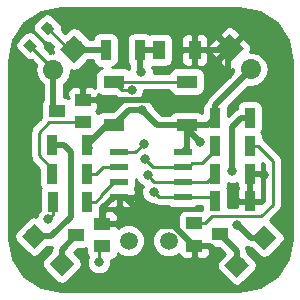
<source format=gbr>
G04 #@! TF.GenerationSoftware,KiCad,Pcbnew,(2017-06-21 revision 375ec9f)-master*
G04 #@! TF.CreationDate,2017-08-16T22:12:41-04:00*
G04 #@! TF.ProjectId,light_reactive_nodes,6C696768745F72656163746976655F6E,rev?*
G04 #@! TF.SameCoordinates,Original
G04 #@! TF.FileFunction,Copper,L1,Top,Signal*
G04 #@! TF.FilePolarity,Positive*
%FSLAX46Y46*%
G04 Gerber Fmt 4.6, Leading zero omitted, Abs format (unit mm)*
G04 Created by KiCad (PCBNEW (2017-06-21 revision 375ec9f)-master) date Wed Aug 16 22:12:41 2017*
%MOMM*%
%LPD*%
G01*
G04 APERTURE LIST*
%ADD10C,0.100000*%
%ADD11C,1.700000*%
%ADD12C,1.700000*%
%ADD13R,1.550000X0.600000*%
%ADD14C,1.500000*%
%ADD15R,0.900000X1.700000*%
%ADD16R,1.800000X1.100000*%
%ADD17R,1.400000X1.000000*%
%ADD18C,0.800000*%
%ADD19R,1.000000X1.600000*%
%ADD20C,0.500000*%
%ADD21C,0.250000*%
%ADD22C,0.254000*%
G04 APERTURE END LIST*
D10*
D11*
X105325000Y-118475000D03*
D10*
G36*
X104122918Y-118475000D02*
X105325000Y-117272918D01*
X106527082Y-118475000D01*
X105325000Y-119677082D01*
X104122918Y-118475000D01*
X104122918Y-118475000D01*
G37*
D11*
X103528949Y-120271051D03*
D12*
X103528949Y-120271051D02*
X103528949Y-120271051D01*
D13*
X114525000Y-127195000D03*
X114525000Y-128465000D03*
X114525000Y-129735000D03*
X114525000Y-131005000D03*
X109125000Y-131005000D03*
X109125000Y-129735000D03*
X109125000Y-128465000D03*
X109125000Y-127195000D03*
D14*
X109925000Y-134700000D03*
X113325000Y-134700000D03*
D11*
X118475000Y-118400000D03*
D10*
G36*
X118475000Y-119602082D02*
X117272918Y-118400000D01*
X118475000Y-117197918D01*
X119677082Y-118400000D01*
X118475000Y-119602082D01*
X118475000Y-119602082D01*
G37*
D11*
X120271051Y-120196051D03*
D12*
X120271051Y-120196051D02*
X120271051Y-120196051D01*
D14*
X121416726Y-134458274D03*
D10*
G36*
X121416726Y-133397614D02*
X122477386Y-134458274D01*
X121416726Y-135518934D01*
X120356066Y-134458274D01*
X121416726Y-133397614D01*
X121416726Y-133397614D01*
G37*
D14*
X119083274Y-136791726D03*
D10*
G36*
X119083274Y-135731066D02*
X120143934Y-136791726D01*
X119083274Y-137852386D01*
X118022614Y-136791726D01*
X119083274Y-135731066D01*
X119083274Y-135731066D01*
G37*
D15*
X106375000Y-129025000D03*
X103475000Y-129025000D03*
D16*
X108650000Y-121225000D03*
X114850000Y-121225000D03*
X108650000Y-124925000D03*
X114850000Y-124925000D03*
D15*
X120175000Y-124300000D03*
X117275000Y-124300000D03*
D17*
X103825000Y-123725000D03*
X106025000Y-122775000D03*
X106025000Y-124675000D03*
D18*
X103067462Y-116707538D03*
D10*
G36*
X103032107Y-116106497D02*
X103668503Y-116742893D01*
X103102817Y-117308579D01*
X102466421Y-116672183D01*
X103032107Y-116106497D01*
X103032107Y-116106497D01*
G37*
D18*
X101582538Y-118192462D03*
D10*
G36*
X101547183Y-117591421D02*
X102183579Y-118227817D01*
X101617893Y-118793503D01*
X100981497Y-118157107D01*
X101547183Y-117591421D01*
X101547183Y-117591421D01*
G37*
D14*
X101933274Y-134333274D03*
D10*
G36*
X100872614Y-134333274D02*
X101933274Y-133272614D01*
X102993934Y-134333274D01*
X101933274Y-135393934D01*
X100872614Y-134333274D01*
X100872614Y-134333274D01*
G37*
D14*
X104266726Y-136666726D03*
D10*
G36*
X103206066Y-136666726D02*
X104266726Y-135606066D01*
X105327386Y-136666726D01*
X104266726Y-137727386D01*
X103206066Y-136666726D01*
X103206066Y-136666726D01*
G37*
D15*
X117275000Y-131350000D03*
X120175000Y-131350000D03*
X106400000Y-131425000D03*
X103500000Y-131425000D03*
X103475000Y-126625000D03*
X106375000Y-126625000D03*
X120175000Y-129050000D03*
X117275000Y-129050000D03*
X120175000Y-126650000D03*
X117275000Y-126650000D03*
D17*
X105500000Y-134225000D03*
X107700000Y-133275000D03*
X107700000Y-135175000D03*
X115475000Y-133225000D03*
X115475000Y-135125000D03*
X117675000Y-134175000D03*
D15*
X107975000Y-118550000D03*
X110875000Y-118550000D03*
D19*
X115525000Y-118550000D03*
X112525000Y-118550000D03*
D18*
X121424990Y-129125000D03*
X113375000Y-122825000D03*
X117400000Y-135675000D03*
X118325000Y-120675000D03*
X111000000Y-120425000D03*
X116000000Y-126360002D03*
X111050000Y-123625000D03*
X111200000Y-126500000D03*
X112050000Y-130550000D03*
X111325000Y-127800002D03*
X111524998Y-129150000D03*
X110200000Y-121925000D03*
X118700000Y-128825000D03*
X119075000Y-133375000D03*
X107400000Y-136525000D03*
X103125000Y-132900000D03*
D20*
X120175000Y-129050000D02*
X121349990Y-129050000D01*
X121349990Y-129050000D02*
X121424990Y-129125000D01*
X115525000Y-118550000D02*
X118325000Y-118550000D01*
X118325000Y-118550000D02*
X118475000Y-118400000D01*
X113325000Y-122775000D02*
X113375000Y-122825000D01*
X111600000Y-122775000D02*
X113325000Y-122775000D01*
X106025000Y-122775000D02*
X111600000Y-122775000D01*
D21*
X118350000Y-118525000D02*
X118475000Y-118400000D01*
D20*
X113805000Y-133455000D02*
X115475000Y-135125000D01*
X112050000Y-133455000D02*
X113805000Y-133455000D01*
X109600000Y-131005000D02*
X112050000Y-133455000D01*
X109125000Y-131005000D02*
X109600000Y-131005000D01*
X115475000Y-135125000D02*
X116850000Y-135125000D01*
X116850000Y-135125000D02*
X117400000Y-135675000D01*
X120175000Y-131350000D02*
X120175000Y-129050000D01*
X120175000Y-129050000D02*
X120250000Y-129050000D01*
X109125000Y-131005000D02*
X108650000Y-131005000D01*
X108650000Y-131005000D02*
X107700000Y-131955000D01*
X107700000Y-131955000D02*
X107700000Y-133275000D01*
X118325000Y-120675000D02*
X118325000Y-118550000D01*
X112525000Y-118550000D02*
X110875000Y-118550000D01*
X110875000Y-118550000D02*
X110875000Y-120300000D01*
X110875000Y-120300000D02*
X111000000Y-120425000D01*
X110900000Y-118525000D02*
X110875000Y-118550000D01*
D21*
X112450000Y-118550000D02*
X112475000Y-118525000D01*
D20*
X114850000Y-124925000D02*
X114850000Y-125210002D01*
X114850000Y-125210002D02*
X116000000Y-126360002D01*
X108650000Y-124925000D02*
X108075000Y-124925000D01*
X108075000Y-124925000D02*
X106375000Y-126625000D01*
X114850000Y-124925000D02*
X112350000Y-124925000D01*
X112350000Y-124925000D02*
X111050000Y-123625000D01*
X114850000Y-124925000D02*
X116650000Y-124925000D01*
X116650000Y-124925000D02*
X117275000Y-124300000D01*
X114850000Y-124925000D02*
X114850000Y-126870000D01*
X114850000Y-126870000D02*
X114525000Y-127195000D01*
X120271051Y-120196051D02*
X117275000Y-123192102D01*
X117275000Y-123192102D02*
X117275000Y-124300000D01*
X111050000Y-123625000D02*
X109950000Y-123625000D01*
X109950000Y-123625000D02*
X108650000Y-124925000D01*
D21*
X106750000Y-126825000D02*
X106550000Y-126625000D01*
X108500000Y-125075000D02*
X108650000Y-124925000D01*
X109125000Y-127195000D02*
X110505000Y-127195000D01*
X110505000Y-127195000D02*
X111200000Y-126500000D01*
X114525000Y-131005000D02*
X112505000Y-131005000D01*
X112505000Y-131005000D02*
X112050000Y-130550000D01*
X114525000Y-131005000D02*
X114955000Y-131005000D01*
X114405000Y-131125000D02*
X114525000Y-131005000D01*
X114525000Y-131005000D02*
X116930000Y-131005000D01*
X116930000Y-131005000D02*
X117275000Y-131350000D01*
X109925000Y-134700000D02*
X109925000Y-134100000D01*
X111989998Y-128465000D02*
X111724999Y-128200001D01*
X111724999Y-128200001D02*
X111325000Y-127800002D01*
X114525000Y-128465000D02*
X111989998Y-128465000D01*
X115315000Y-128150000D02*
X116175000Y-128150000D01*
X116175000Y-128150000D02*
X117275000Y-127050000D01*
X117275000Y-127050000D02*
X117275000Y-126650000D01*
X114525000Y-128465000D02*
X115000000Y-128465000D01*
X115000000Y-128465000D02*
X115315000Y-128150000D01*
X111924997Y-129549999D02*
X111524998Y-129150000D01*
X112109998Y-129735000D02*
X111924997Y-129549999D01*
X114525000Y-129735000D02*
X112109998Y-129735000D01*
X110200000Y-121925000D02*
X109350000Y-121925000D01*
X109350000Y-121925000D02*
X108650000Y-121225000D01*
X108650000Y-121225000D02*
X112048002Y-121225000D01*
X112048002Y-121225000D02*
X114850000Y-121225000D01*
X114525000Y-129735000D02*
X116590000Y-129735000D01*
X116590000Y-129735000D02*
X117275000Y-129050000D01*
X114625000Y-121000000D02*
X114850000Y-121225000D01*
D20*
X103528949Y-120271051D02*
X103528949Y-123428949D01*
X103528949Y-123428949D02*
X103825000Y-123725000D01*
D21*
X101582538Y-118192462D02*
X103528949Y-120138873D01*
X103528949Y-120138873D02*
X103528949Y-120271051D01*
D20*
X119083274Y-135583274D02*
X119083274Y-136791726D01*
X117675000Y-134175000D02*
X119083274Y-135583274D01*
X118700000Y-128825000D02*
X118700000Y-125075000D01*
X118700000Y-125075000D02*
X119475000Y-124300000D01*
X119475000Y-124300000D02*
X120175000Y-124300000D01*
X121416726Y-134458274D02*
X120258274Y-134458274D01*
X120258274Y-134458274D02*
X119150000Y-133350000D01*
X105025000Y-127225000D02*
X105025000Y-132689998D01*
X103381724Y-134333274D02*
X103093934Y-134333274D01*
X105025000Y-132689998D02*
X103381724Y-134333274D01*
X103093934Y-134333274D02*
X101933274Y-134333274D01*
X103475000Y-126625000D02*
X104425000Y-126625000D01*
X104425000Y-126625000D02*
X105025000Y-127225000D01*
X104266726Y-136666726D02*
X104266726Y-135458274D01*
X104266726Y-135458274D02*
X105500000Y-134225000D01*
D21*
X107550000Y-130975000D02*
X107550000Y-130835000D01*
X108650000Y-129735000D02*
X109125000Y-129735000D01*
X107550000Y-130835000D02*
X108650000Y-129735000D01*
X106400000Y-131425000D02*
X107100000Y-131425000D01*
X107100000Y-131425000D02*
X107550000Y-130975000D01*
X107175000Y-129025000D02*
X107735000Y-128465000D01*
X107735000Y-128465000D02*
X109125000Y-128465000D01*
X106375000Y-129025000D02*
X107175000Y-129025000D01*
X107400000Y-136525000D02*
X107400000Y-135475000D01*
X107400000Y-135475000D02*
X107700000Y-135175000D01*
X103500000Y-131425000D02*
X103500000Y-132525000D01*
X103500000Y-132525000D02*
X103125000Y-132900000D01*
X106025000Y-124675000D02*
X103200000Y-124675000D01*
X103200000Y-124675000D02*
X102325000Y-125550000D01*
X102325000Y-125550000D02*
X102325000Y-127475000D01*
X102325000Y-127475000D02*
X103475000Y-128625000D01*
X103475000Y-128625000D02*
X103475000Y-129025000D01*
X122150000Y-127925000D02*
X122150000Y-131650000D01*
X121150001Y-132649999D02*
X117000001Y-132649999D01*
X120875000Y-126650000D02*
X122150000Y-127925000D01*
X122150000Y-131650000D02*
X121150001Y-132649999D01*
X120175000Y-126650000D02*
X120875000Y-126650000D01*
X117000001Y-132649999D02*
X116425000Y-133225000D01*
X116425000Y-133225000D02*
X115475000Y-133225000D01*
D20*
X107975000Y-118550000D02*
X105400000Y-118550000D01*
X105400000Y-118550000D02*
X105325000Y-118475000D01*
D21*
X107900000Y-118475000D02*
X107975000Y-118550000D01*
X103067462Y-116707538D02*
X104834924Y-118475000D01*
X104834924Y-118475000D02*
X105325000Y-118475000D01*
D22*
G36*
X121047005Y-115355498D02*
X122460221Y-116299779D01*
X123404502Y-117712997D01*
X123750000Y-119449931D01*
X123750000Y-134550069D01*
X123404502Y-136287003D01*
X122460221Y-137700221D01*
X121047005Y-138644502D01*
X119310069Y-138990000D01*
X104209931Y-138990000D01*
X102472997Y-138644502D01*
X101059779Y-137700221D01*
X100115498Y-136287005D01*
X99770000Y-134550069D01*
X99770000Y-134333274D01*
X100225174Y-134333274D01*
X100274457Y-134581039D01*
X100414805Y-134791083D01*
X101475465Y-135851743D01*
X101685509Y-135992091D01*
X101933274Y-136041374D01*
X102181039Y-135992091D01*
X102391083Y-135851743D01*
X103024552Y-135218274D01*
X103381719Y-135218274D01*
X103381724Y-135218275D01*
X103431432Y-135208387D01*
X103381725Y-135458274D01*
X103381726Y-135458279D01*
X103381726Y-135575448D01*
X102748257Y-136208917D01*
X102607909Y-136418961D01*
X102558626Y-136666726D01*
X102607909Y-136914491D01*
X102748257Y-137124535D01*
X103808917Y-138185195D01*
X104018961Y-138325543D01*
X104266726Y-138374826D01*
X104514491Y-138325543D01*
X104724535Y-138185195D01*
X105785195Y-137124535D01*
X105925543Y-136914491D01*
X105974826Y-136666726D01*
X105925543Y-136418961D01*
X105785195Y-136208917D01*
X105276429Y-135700151D01*
X105604139Y-135372440D01*
X106200000Y-135372440D01*
X106352560Y-135342094D01*
X106352560Y-135675000D01*
X106401843Y-135922765D01*
X106480505Y-136040490D01*
X106365180Y-136318223D01*
X106364821Y-136729971D01*
X106522058Y-137110515D01*
X106812954Y-137401919D01*
X107193223Y-137559820D01*
X107604971Y-137560179D01*
X107985515Y-137402942D01*
X108276919Y-137112046D01*
X108434820Y-136731777D01*
X108435179Y-136320029D01*
X108433428Y-136315791D01*
X108647765Y-136273157D01*
X108857809Y-136132809D01*
X108998157Y-135922765D01*
X109029808Y-135763642D01*
X109139436Y-135873461D01*
X109648298Y-136084759D01*
X110199285Y-136085240D01*
X110708515Y-135874831D01*
X111098461Y-135485564D01*
X111309759Y-134976702D01*
X111310240Y-134425715D01*
X111099831Y-133916485D01*
X110710564Y-133526539D01*
X110201702Y-133315241D01*
X109650715Y-133314760D01*
X109141485Y-133525169D01*
X109035000Y-133631469D01*
X109035000Y-133560750D01*
X108876250Y-133402000D01*
X107827000Y-133402000D01*
X107827000Y-133422000D01*
X107573000Y-133422000D01*
X107573000Y-133402000D01*
X107553000Y-133402000D01*
X107553000Y-133148000D01*
X107573000Y-133148000D01*
X107573000Y-132298750D01*
X107827000Y-132298750D01*
X107827000Y-133148000D01*
X108876250Y-133148000D01*
X109035000Y-132989250D01*
X109035000Y-132648691D01*
X108938327Y-132415302D01*
X108759699Y-132236673D01*
X108526310Y-132140000D01*
X107985750Y-132140000D01*
X107827000Y-132298750D01*
X107573000Y-132298750D01*
X107497440Y-132223190D01*
X107497440Y-132055920D01*
X107637401Y-131962401D01*
X107873388Y-131726414D01*
X107990302Y-131843327D01*
X108223691Y-131940000D01*
X108839250Y-131940000D01*
X108998000Y-131781250D01*
X108998000Y-131132000D01*
X109252000Y-131132000D01*
X109252000Y-131781250D01*
X109410750Y-131940000D01*
X110026309Y-131940000D01*
X110259698Y-131843327D01*
X110438327Y-131664699D01*
X110535000Y-131431310D01*
X110535000Y-131290750D01*
X110376250Y-131132000D01*
X109252000Y-131132000D01*
X108998000Y-131132000D01*
X108978000Y-131132000D01*
X108978000Y-130878000D01*
X108998000Y-130878000D01*
X108998000Y-130858000D01*
X109252000Y-130858000D01*
X109252000Y-130878000D01*
X110376250Y-130878000D01*
X110535000Y-130719250D01*
X110535000Y-130578690D01*
X110445232Y-130361972D01*
X110498157Y-130282765D01*
X110547440Y-130035000D01*
X110547440Y-129494425D01*
X110647056Y-129735515D01*
X110937952Y-130026919D01*
X111115848Y-130100788D01*
X111015180Y-130343223D01*
X111014821Y-130754971D01*
X111172058Y-131135515D01*
X111462954Y-131426919D01*
X111843223Y-131584820D01*
X112031329Y-131584984D01*
X112214160Y-131707148D01*
X112505000Y-131765000D01*
X113295470Y-131765000D01*
X113502235Y-131903157D01*
X113750000Y-131952440D01*
X115300000Y-131952440D01*
X115547765Y-131903157D01*
X115754530Y-131765000D01*
X116177560Y-131765000D01*
X116177560Y-132078069D01*
X116175000Y-132077560D01*
X114775000Y-132077560D01*
X114527235Y-132126843D01*
X114317191Y-132267191D01*
X114176843Y-132477235D01*
X114127560Y-132725000D01*
X114127560Y-133543565D01*
X114110564Y-133526539D01*
X113601702Y-133315241D01*
X113050715Y-133314760D01*
X112541485Y-133525169D01*
X112151539Y-133914436D01*
X111940241Y-134423298D01*
X111939760Y-134974285D01*
X112150169Y-135483515D01*
X112539436Y-135873461D01*
X113048298Y-136084759D01*
X113599285Y-136085240D01*
X114108515Y-135874831D01*
X114166987Y-135816461D01*
X114236673Y-135984698D01*
X114415301Y-136163327D01*
X114648690Y-136260000D01*
X115189250Y-136260000D01*
X115348000Y-136101250D01*
X115348000Y-135252000D01*
X115328000Y-135252000D01*
X115328000Y-134998000D01*
X115348000Y-134998000D01*
X115348000Y-134978000D01*
X115602000Y-134978000D01*
X115602000Y-134998000D01*
X115622000Y-134998000D01*
X115622000Y-135252000D01*
X115602000Y-135252000D01*
X115602000Y-136101250D01*
X115760750Y-136260000D01*
X116301310Y-136260000D01*
X116534699Y-136163327D01*
X116713327Y-135984698D01*
X116810000Y-135751309D01*
X116810000Y-135410750D01*
X116651252Y-135252002D01*
X116695575Y-135252002D01*
X116727235Y-135273157D01*
X116975000Y-135322440D01*
X117570860Y-135322440D01*
X118073571Y-135825151D01*
X117564805Y-136333917D01*
X117424457Y-136543961D01*
X117375174Y-136791726D01*
X117424457Y-137039491D01*
X117564805Y-137249535D01*
X118625465Y-138310195D01*
X118835509Y-138450543D01*
X119083274Y-138499826D01*
X119331039Y-138450543D01*
X119541083Y-138310195D01*
X120601743Y-137249535D01*
X120742091Y-137039491D01*
X120791374Y-136791726D01*
X120742091Y-136543961D01*
X120601743Y-136333917D01*
X119968274Y-135700448D01*
X119968274Y-135583279D01*
X119968275Y-135583274D01*
X119905224Y-135266302D01*
X119915483Y-135273157D01*
X119919599Y-135275907D01*
X120258274Y-135343275D01*
X120258279Y-135343274D01*
X120325448Y-135343274D01*
X120958917Y-135976743D01*
X121168961Y-136117091D01*
X121416726Y-136166374D01*
X121664491Y-136117091D01*
X121874535Y-135976743D01*
X122935195Y-134916083D01*
X123075543Y-134706039D01*
X123124826Y-134458274D01*
X123075543Y-134210509D01*
X122935195Y-134000465D01*
X121904766Y-132970036D01*
X122687401Y-132187401D01*
X122852148Y-131940839D01*
X122910000Y-131650000D01*
X122910000Y-127925000D01*
X122878341Y-127765839D01*
X122852148Y-127634160D01*
X122687401Y-127387599D01*
X121412401Y-126112599D01*
X121272440Y-126019080D01*
X121272440Y-125800000D01*
X121223157Y-125552235D01*
X121171550Y-125475000D01*
X121223157Y-125397765D01*
X121272440Y-125150000D01*
X121272440Y-123450000D01*
X121223157Y-123202235D01*
X121082809Y-122992191D01*
X120872765Y-122851843D01*
X120625000Y-122802560D01*
X119725000Y-122802560D01*
X119477235Y-122851843D01*
X119267191Y-122992191D01*
X119126843Y-123202235D01*
X119077560Y-123450000D01*
X119077560Y-123521632D01*
X119063875Y-123530776D01*
X118849210Y-123674210D01*
X118849208Y-123674213D01*
X118372440Y-124150980D01*
X118372440Y-123450000D01*
X118355226Y-123363456D01*
X120055785Y-121662897D01*
X120250479Y-121701624D01*
X120818764Y-121588584D01*
X121300533Y-121266677D01*
X121341676Y-121225533D01*
X121663584Y-120743764D01*
X121776623Y-120175479D01*
X121663584Y-119607195D01*
X121341676Y-119125426D01*
X120859907Y-118803518D01*
X120291623Y-118690479D01*
X120239811Y-118700785D01*
X120312081Y-118526310D01*
X120312082Y-118273691D01*
X120215409Y-118040302D01*
X119727109Y-117552002D01*
X119502603Y-117552002D01*
X118654605Y-118400000D01*
X118668748Y-118414143D01*
X118489143Y-118593748D01*
X118475000Y-118579605D01*
X117627002Y-119427603D01*
X117627002Y-119652109D01*
X118115302Y-120140409D01*
X118348691Y-120237082D01*
X118601310Y-120237081D01*
X118775784Y-120164811D01*
X118765478Y-120216623D01*
X118804205Y-120411317D01*
X116649210Y-122566312D01*
X116457367Y-122853427D01*
X116457367Y-122853428D01*
X116439356Y-122943971D01*
X116367191Y-122992191D01*
X116226843Y-123202235D01*
X116177560Y-123450000D01*
X116177560Y-123896979D01*
X115997765Y-123776843D01*
X115750000Y-123727560D01*
X113950000Y-123727560D01*
X113702235Y-123776843D01*
X113492191Y-123917191D01*
X113410132Y-124040000D01*
X112716579Y-124040000D01*
X112077131Y-123400551D01*
X111927942Y-123039485D01*
X111637046Y-122748081D01*
X111256777Y-122590180D01*
X110998874Y-122589955D01*
X111076919Y-122512046D01*
X111234820Y-122131777D01*
X111234948Y-121985000D01*
X113344331Y-121985000D01*
X113351843Y-122022765D01*
X113492191Y-122232809D01*
X113702235Y-122373157D01*
X113950000Y-122422440D01*
X115750000Y-122422440D01*
X115997765Y-122373157D01*
X116207809Y-122232809D01*
X116348157Y-122022765D01*
X116397440Y-121775000D01*
X116397440Y-120675000D01*
X116348157Y-120427235D01*
X116207809Y-120217191D01*
X115997765Y-120076843D01*
X115750000Y-120027560D01*
X113950000Y-120027560D01*
X113702235Y-120076843D01*
X113492191Y-120217191D01*
X113351843Y-120427235D01*
X113344331Y-120465000D01*
X112034965Y-120465000D01*
X112035179Y-120220029D01*
X111935883Y-119979714D01*
X112025000Y-119997440D01*
X113025000Y-119997440D01*
X113272765Y-119948157D01*
X113482809Y-119807809D01*
X113623157Y-119597765D01*
X113672440Y-119350000D01*
X113672440Y-118835750D01*
X114390000Y-118835750D01*
X114390000Y-119476310D01*
X114486673Y-119709699D01*
X114665302Y-119888327D01*
X114898691Y-119985000D01*
X115239250Y-119985000D01*
X115398000Y-119826250D01*
X115398000Y-118677000D01*
X114548750Y-118677000D01*
X114390000Y-118835750D01*
X113672440Y-118835750D01*
X113672440Y-117750000D01*
X113647316Y-117623690D01*
X114390000Y-117623690D01*
X114390000Y-118264250D01*
X114548750Y-118423000D01*
X115398000Y-118423000D01*
X115398000Y-117273750D01*
X115652000Y-117273750D01*
X115652000Y-118423000D01*
X115672000Y-118423000D01*
X115672000Y-118677000D01*
X115652000Y-118677000D01*
X115652000Y-119826250D01*
X115810750Y-119985000D01*
X116151309Y-119985000D01*
X116384698Y-119888327D01*
X116563327Y-119709699D01*
X116660000Y-119476310D01*
X116660000Y-118835750D01*
X116501252Y-118677002D01*
X116660000Y-118677002D01*
X116660000Y-118579620D01*
X116734591Y-118759698D01*
X117222891Y-119247998D01*
X117447397Y-119247998D01*
X118295395Y-118400000D01*
X117447397Y-117552002D01*
X117222891Y-117552002D01*
X116734592Y-118040301D01*
X116660000Y-118220382D01*
X116660000Y-117623690D01*
X116563327Y-117390301D01*
X116384698Y-117211673D01*
X116230715Y-117147891D01*
X117627002Y-117147891D01*
X117627002Y-117372397D01*
X118475000Y-118220395D01*
X119322998Y-117372397D01*
X119322998Y-117147891D01*
X118834698Y-116659591D01*
X118601309Y-116562918D01*
X118348690Y-116562919D01*
X118115301Y-116659592D01*
X117627002Y-117147891D01*
X116230715Y-117147891D01*
X116151309Y-117115000D01*
X115810750Y-117115000D01*
X115652000Y-117273750D01*
X115398000Y-117273750D01*
X115239250Y-117115000D01*
X114898691Y-117115000D01*
X114665302Y-117211673D01*
X114486673Y-117390301D01*
X114390000Y-117623690D01*
X113647316Y-117623690D01*
X113623157Y-117502235D01*
X113482809Y-117292191D01*
X113272765Y-117151843D01*
X113025000Y-117102560D01*
X112025000Y-117102560D01*
X111777235Y-117151843D01*
X111712415Y-117195155D01*
X111572765Y-117101843D01*
X111325000Y-117052560D01*
X110425000Y-117052560D01*
X110177235Y-117101843D01*
X109967191Y-117242191D01*
X109826843Y-117452235D01*
X109777560Y-117700000D01*
X109777560Y-119400000D01*
X109826843Y-119647765D01*
X109967191Y-119857809D01*
X109990000Y-119873050D01*
X109990000Y-120158450D01*
X109974774Y-120195118D01*
X109797765Y-120076843D01*
X109550000Y-120027560D01*
X108524945Y-120027560D01*
X108672765Y-119998157D01*
X108882809Y-119857809D01*
X109023157Y-119647765D01*
X109072440Y-119400000D01*
X109072440Y-117700000D01*
X109023157Y-117452235D01*
X108882809Y-117242191D01*
X108672765Y-117101843D01*
X108425000Y-117052560D01*
X107525000Y-117052560D01*
X107277235Y-117101843D01*
X107067191Y-117242191D01*
X106926843Y-117452235D01*
X106884522Y-117665000D01*
X106632700Y-117665000D01*
X105782809Y-116815109D01*
X105572765Y-116674761D01*
X105325000Y-116625478D01*
X105077235Y-116674761D01*
X104867191Y-116815109D01*
X104558513Y-117123787D01*
X104292994Y-116858268D01*
X104315943Y-116742893D01*
X104266660Y-116495128D01*
X104126312Y-116285084D01*
X103489916Y-115648688D01*
X103279872Y-115508340D01*
X103032107Y-115459057D01*
X102784342Y-115508340D01*
X102574298Y-115648688D01*
X102008612Y-116214374D01*
X101868264Y-116424418D01*
X101818981Y-116672183D01*
X101868264Y-116919948D01*
X102008612Y-117129992D01*
X102645008Y-117766388D01*
X102855052Y-117906736D01*
X103102817Y-117956019D01*
X103218192Y-117933070D01*
X103522703Y-118237581D01*
X103475478Y-118475000D01*
X103524761Y-118722765D01*
X103560187Y-118775784D01*
X103508377Y-118765478D01*
X103276483Y-118811605D01*
X102808070Y-118343192D01*
X102831019Y-118227817D01*
X102781736Y-117980052D01*
X102641388Y-117770008D01*
X102004992Y-117133612D01*
X101794948Y-116993264D01*
X101547183Y-116943981D01*
X101299418Y-116993264D01*
X101089374Y-117133612D01*
X100523688Y-117699298D01*
X100383340Y-117909342D01*
X100334057Y-118157107D01*
X100383340Y-118404872D01*
X100523688Y-118614916D01*
X101160084Y-119251312D01*
X101370128Y-119391660D01*
X101617893Y-119440943D01*
X101733268Y-119417994D01*
X102113363Y-119798089D01*
X102023376Y-120250479D01*
X102136416Y-120818764D01*
X102458323Y-121300533D01*
X102499467Y-121341676D01*
X102643949Y-121438216D01*
X102643949Y-122801975D01*
X102526843Y-122977235D01*
X102477560Y-123225000D01*
X102477560Y-124225000D01*
X102493759Y-124306439D01*
X101787599Y-125012599D01*
X101622852Y-125259161D01*
X101565000Y-125550000D01*
X101565000Y-127475000D01*
X101622852Y-127765839D01*
X101787599Y-128012401D01*
X102377560Y-128602362D01*
X102377560Y-129875000D01*
X102426843Y-130122765D01*
X102507655Y-130243707D01*
X102451843Y-130327235D01*
X102402560Y-130575000D01*
X102402560Y-132158744D01*
X102248081Y-132312954D01*
X102104310Y-132659195D01*
X101933274Y-132625174D01*
X101685509Y-132674457D01*
X101475465Y-132814805D01*
X100414805Y-133875465D01*
X100274457Y-134085509D01*
X100225174Y-134333274D01*
X99770000Y-134333274D01*
X99770000Y-119449931D01*
X100115498Y-117712995D01*
X101059779Y-116299779D01*
X102472997Y-115355498D01*
X104209931Y-115010000D01*
X119310069Y-115010000D01*
X121047005Y-115355498D01*
X121047005Y-115355498D01*
G37*
X121047005Y-115355498D02*
X122460221Y-116299779D01*
X123404502Y-117712997D01*
X123750000Y-119449931D01*
X123750000Y-134550069D01*
X123404502Y-136287003D01*
X122460221Y-137700221D01*
X121047005Y-138644502D01*
X119310069Y-138990000D01*
X104209931Y-138990000D01*
X102472997Y-138644502D01*
X101059779Y-137700221D01*
X100115498Y-136287005D01*
X99770000Y-134550069D01*
X99770000Y-134333274D01*
X100225174Y-134333274D01*
X100274457Y-134581039D01*
X100414805Y-134791083D01*
X101475465Y-135851743D01*
X101685509Y-135992091D01*
X101933274Y-136041374D01*
X102181039Y-135992091D01*
X102391083Y-135851743D01*
X103024552Y-135218274D01*
X103381719Y-135218274D01*
X103381724Y-135218275D01*
X103431432Y-135208387D01*
X103381725Y-135458274D01*
X103381726Y-135458279D01*
X103381726Y-135575448D01*
X102748257Y-136208917D01*
X102607909Y-136418961D01*
X102558626Y-136666726D01*
X102607909Y-136914491D01*
X102748257Y-137124535D01*
X103808917Y-138185195D01*
X104018961Y-138325543D01*
X104266726Y-138374826D01*
X104514491Y-138325543D01*
X104724535Y-138185195D01*
X105785195Y-137124535D01*
X105925543Y-136914491D01*
X105974826Y-136666726D01*
X105925543Y-136418961D01*
X105785195Y-136208917D01*
X105276429Y-135700151D01*
X105604139Y-135372440D01*
X106200000Y-135372440D01*
X106352560Y-135342094D01*
X106352560Y-135675000D01*
X106401843Y-135922765D01*
X106480505Y-136040490D01*
X106365180Y-136318223D01*
X106364821Y-136729971D01*
X106522058Y-137110515D01*
X106812954Y-137401919D01*
X107193223Y-137559820D01*
X107604971Y-137560179D01*
X107985515Y-137402942D01*
X108276919Y-137112046D01*
X108434820Y-136731777D01*
X108435179Y-136320029D01*
X108433428Y-136315791D01*
X108647765Y-136273157D01*
X108857809Y-136132809D01*
X108998157Y-135922765D01*
X109029808Y-135763642D01*
X109139436Y-135873461D01*
X109648298Y-136084759D01*
X110199285Y-136085240D01*
X110708515Y-135874831D01*
X111098461Y-135485564D01*
X111309759Y-134976702D01*
X111310240Y-134425715D01*
X111099831Y-133916485D01*
X110710564Y-133526539D01*
X110201702Y-133315241D01*
X109650715Y-133314760D01*
X109141485Y-133525169D01*
X109035000Y-133631469D01*
X109035000Y-133560750D01*
X108876250Y-133402000D01*
X107827000Y-133402000D01*
X107827000Y-133422000D01*
X107573000Y-133422000D01*
X107573000Y-133402000D01*
X107553000Y-133402000D01*
X107553000Y-133148000D01*
X107573000Y-133148000D01*
X107573000Y-132298750D01*
X107827000Y-132298750D01*
X107827000Y-133148000D01*
X108876250Y-133148000D01*
X109035000Y-132989250D01*
X109035000Y-132648691D01*
X108938327Y-132415302D01*
X108759699Y-132236673D01*
X108526310Y-132140000D01*
X107985750Y-132140000D01*
X107827000Y-132298750D01*
X107573000Y-132298750D01*
X107497440Y-132223190D01*
X107497440Y-132055920D01*
X107637401Y-131962401D01*
X107873388Y-131726414D01*
X107990302Y-131843327D01*
X108223691Y-131940000D01*
X108839250Y-131940000D01*
X108998000Y-131781250D01*
X108998000Y-131132000D01*
X109252000Y-131132000D01*
X109252000Y-131781250D01*
X109410750Y-131940000D01*
X110026309Y-131940000D01*
X110259698Y-131843327D01*
X110438327Y-131664699D01*
X110535000Y-131431310D01*
X110535000Y-131290750D01*
X110376250Y-131132000D01*
X109252000Y-131132000D01*
X108998000Y-131132000D01*
X108978000Y-131132000D01*
X108978000Y-130878000D01*
X108998000Y-130878000D01*
X108998000Y-130858000D01*
X109252000Y-130858000D01*
X109252000Y-130878000D01*
X110376250Y-130878000D01*
X110535000Y-130719250D01*
X110535000Y-130578690D01*
X110445232Y-130361972D01*
X110498157Y-130282765D01*
X110547440Y-130035000D01*
X110547440Y-129494425D01*
X110647056Y-129735515D01*
X110937952Y-130026919D01*
X111115848Y-130100788D01*
X111015180Y-130343223D01*
X111014821Y-130754971D01*
X111172058Y-131135515D01*
X111462954Y-131426919D01*
X111843223Y-131584820D01*
X112031329Y-131584984D01*
X112214160Y-131707148D01*
X112505000Y-131765000D01*
X113295470Y-131765000D01*
X113502235Y-131903157D01*
X113750000Y-131952440D01*
X115300000Y-131952440D01*
X115547765Y-131903157D01*
X115754530Y-131765000D01*
X116177560Y-131765000D01*
X116177560Y-132078069D01*
X116175000Y-132077560D01*
X114775000Y-132077560D01*
X114527235Y-132126843D01*
X114317191Y-132267191D01*
X114176843Y-132477235D01*
X114127560Y-132725000D01*
X114127560Y-133543565D01*
X114110564Y-133526539D01*
X113601702Y-133315241D01*
X113050715Y-133314760D01*
X112541485Y-133525169D01*
X112151539Y-133914436D01*
X111940241Y-134423298D01*
X111939760Y-134974285D01*
X112150169Y-135483515D01*
X112539436Y-135873461D01*
X113048298Y-136084759D01*
X113599285Y-136085240D01*
X114108515Y-135874831D01*
X114166987Y-135816461D01*
X114236673Y-135984698D01*
X114415301Y-136163327D01*
X114648690Y-136260000D01*
X115189250Y-136260000D01*
X115348000Y-136101250D01*
X115348000Y-135252000D01*
X115328000Y-135252000D01*
X115328000Y-134998000D01*
X115348000Y-134998000D01*
X115348000Y-134978000D01*
X115602000Y-134978000D01*
X115602000Y-134998000D01*
X115622000Y-134998000D01*
X115622000Y-135252000D01*
X115602000Y-135252000D01*
X115602000Y-136101250D01*
X115760750Y-136260000D01*
X116301310Y-136260000D01*
X116534699Y-136163327D01*
X116713327Y-135984698D01*
X116810000Y-135751309D01*
X116810000Y-135410750D01*
X116651252Y-135252002D01*
X116695575Y-135252002D01*
X116727235Y-135273157D01*
X116975000Y-135322440D01*
X117570860Y-135322440D01*
X118073571Y-135825151D01*
X117564805Y-136333917D01*
X117424457Y-136543961D01*
X117375174Y-136791726D01*
X117424457Y-137039491D01*
X117564805Y-137249535D01*
X118625465Y-138310195D01*
X118835509Y-138450543D01*
X119083274Y-138499826D01*
X119331039Y-138450543D01*
X119541083Y-138310195D01*
X120601743Y-137249535D01*
X120742091Y-137039491D01*
X120791374Y-136791726D01*
X120742091Y-136543961D01*
X120601743Y-136333917D01*
X119968274Y-135700448D01*
X119968274Y-135583279D01*
X119968275Y-135583274D01*
X119905224Y-135266302D01*
X119915483Y-135273157D01*
X119919599Y-135275907D01*
X120258274Y-135343275D01*
X120258279Y-135343274D01*
X120325448Y-135343274D01*
X120958917Y-135976743D01*
X121168961Y-136117091D01*
X121416726Y-136166374D01*
X121664491Y-136117091D01*
X121874535Y-135976743D01*
X122935195Y-134916083D01*
X123075543Y-134706039D01*
X123124826Y-134458274D01*
X123075543Y-134210509D01*
X122935195Y-134000465D01*
X121904766Y-132970036D01*
X122687401Y-132187401D01*
X122852148Y-131940839D01*
X122910000Y-131650000D01*
X122910000Y-127925000D01*
X122878341Y-127765839D01*
X122852148Y-127634160D01*
X122687401Y-127387599D01*
X121412401Y-126112599D01*
X121272440Y-126019080D01*
X121272440Y-125800000D01*
X121223157Y-125552235D01*
X121171550Y-125475000D01*
X121223157Y-125397765D01*
X121272440Y-125150000D01*
X121272440Y-123450000D01*
X121223157Y-123202235D01*
X121082809Y-122992191D01*
X120872765Y-122851843D01*
X120625000Y-122802560D01*
X119725000Y-122802560D01*
X119477235Y-122851843D01*
X119267191Y-122992191D01*
X119126843Y-123202235D01*
X119077560Y-123450000D01*
X119077560Y-123521632D01*
X119063875Y-123530776D01*
X118849210Y-123674210D01*
X118849208Y-123674213D01*
X118372440Y-124150980D01*
X118372440Y-123450000D01*
X118355226Y-123363456D01*
X120055785Y-121662897D01*
X120250479Y-121701624D01*
X120818764Y-121588584D01*
X121300533Y-121266677D01*
X121341676Y-121225533D01*
X121663584Y-120743764D01*
X121776623Y-120175479D01*
X121663584Y-119607195D01*
X121341676Y-119125426D01*
X120859907Y-118803518D01*
X120291623Y-118690479D01*
X120239811Y-118700785D01*
X120312081Y-118526310D01*
X120312082Y-118273691D01*
X120215409Y-118040302D01*
X119727109Y-117552002D01*
X119502603Y-117552002D01*
X118654605Y-118400000D01*
X118668748Y-118414143D01*
X118489143Y-118593748D01*
X118475000Y-118579605D01*
X117627002Y-119427603D01*
X117627002Y-119652109D01*
X118115302Y-120140409D01*
X118348691Y-120237082D01*
X118601310Y-120237081D01*
X118775784Y-120164811D01*
X118765478Y-120216623D01*
X118804205Y-120411317D01*
X116649210Y-122566312D01*
X116457367Y-122853427D01*
X116457367Y-122853428D01*
X116439356Y-122943971D01*
X116367191Y-122992191D01*
X116226843Y-123202235D01*
X116177560Y-123450000D01*
X116177560Y-123896979D01*
X115997765Y-123776843D01*
X115750000Y-123727560D01*
X113950000Y-123727560D01*
X113702235Y-123776843D01*
X113492191Y-123917191D01*
X113410132Y-124040000D01*
X112716579Y-124040000D01*
X112077131Y-123400551D01*
X111927942Y-123039485D01*
X111637046Y-122748081D01*
X111256777Y-122590180D01*
X110998874Y-122589955D01*
X111076919Y-122512046D01*
X111234820Y-122131777D01*
X111234948Y-121985000D01*
X113344331Y-121985000D01*
X113351843Y-122022765D01*
X113492191Y-122232809D01*
X113702235Y-122373157D01*
X113950000Y-122422440D01*
X115750000Y-122422440D01*
X115997765Y-122373157D01*
X116207809Y-122232809D01*
X116348157Y-122022765D01*
X116397440Y-121775000D01*
X116397440Y-120675000D01*
X116348157Y-120427235D01*
X116207809Y-120217191D01*
X115997765Y-120076843D01*
X115750000Y-120027560D01*
X113950000Y-120027560D01*
X113702235Y-120076843D01*
X113492191Y-120217191D01*
X113351843Y-120427235D01*
X113344331Y-120465000D01*
X112034965Y-120465000D01*
X112035179Y-120220029D01*
X111935883Y-119979714D01*
X112025000Y-119997440D01*
X113025000Y-119997440D01*
X113272765Y-119948157D01*
X113482809Y-119807809D01*
X113623157Y-119597765D01*
X113672440Y-119350000D01*
X113672440Y-118835750D01*
X114390000Y-118835750D01*
X114390000Y-119476310D01*
X114486673Y-119709699D01*
X114665302Y-119888327D01*
X114898691Y-119985000D01*
X115239250Y-119985000D01*
X115398000Y-119826250D01*
X115398000Y-118677000D01*
X114548750Y-118677000D01*
X114390000Y-118835750D01*
X113672440Y-118835750D01*
X113672440Y-117750000D01*
X113647316Y-117623690D01*
X114390000Y-117623690D01*
X114390000Y-118264250D01*
X114548750Y-118423000D01*
X115398000Y-118423000D01*
X115398000Y-117273750D01*
X115652000Y-117273750D01*
X115652000Y-118423000D01*
X115672000Y-118423000D01*
X115672000Y-118677000D01*
X115652000Y-118677000D01*
X115652000Y-119826250D01*
X115810750Y-119985000D01*
X116151309Y-119985000D01*
X116384698Y-119888327D01*
X116563327Y-119709699D01*
X116660000Y-119476310D01*
X116660000Y-118835750D01*
X116501252Y-118677002D01*
X116660000Y-118677002D01*
X116660000Y-118579620D01*
X116734591Y-118759698D01*
X117222891Y-119247998D01*
X117447397Y-119247998D01*
X118295395Y-118400000D01*
X117447397Y-117552002D01*
X117222891Y-117552002D01*
X116734592Y-118040301D01*
X116660000Y-118220382D01*
X116660000Y-117623690D01*
X116563327Y-117390301D01*
X116384698Y-117211673D01*
X116230715Y-117147891D01*
X117627002Y-117147891D01*
X117627002Y-117372397D01*
X118475000Y-118220395D01*
X119322998Y-117372397D01*
X119322998Y-117147891D01*
X118834698Y-116659591D01*
X118601309Y-116562918D01*
X118348690Y-116562919D01*
X118115301Y-116659592D01*
X117627002Y-117147891D01*
X116230715Y-117147891D01*
X116151309Y-117115000D01*
X115810750Y-117115000D01*
X115652000Y-117273750D01*
X115398000Y-117273750D01*
X115239250Y-117115000D01*
X114898691Y-117115000D01*
X114665302Y-117211673D01*
X114486673Y-117390301D01*
X114390000Y-117623690D01*
X113647316Y-117623690D01*
X113623157Y-117502235D01*
X113482809Y-117292191D01*
X113272765Y-117151843D01*
X113025000Y-117102560D01*
X112025000Y-117102560D01*
X111777235Y-117151843D01*
X111712415Y-117195155D01*
X111572765Y-117101843D01*
X111325000Y-117052560D01*
X110425000Y-117052560D01*
X110177235Y-117101843D01*
X109967191Y-117242191D01*
X109826843Y-117452235D01*
X109777560Y-117700000D01*
X109777560Y-119400000D01*
X109826843Y-119647765D01*
X109967191Y-119857809D01*
X109990000Y-119873050D01*
X109990000Y-120158450D01*
X109974774Y-120195118D01*
X109797765Y-120076843D01*
X109550000Y-120027560D01*
X108524945Y-120027560D01*
X108672765Y-119998157D01*
X108882809Y-119857809D01*
X109023157Y-119647765D01*
X109072440Y-119400000D01*
X109072440Y-117700000D01*
X109023157Y-117452235D01*
X108882809Y-117242191D01*
X108672765Y-117101843D01*
X108425000Y-117052560D01*
X107525000Y-117052560D01*
X107277235Y-117101843D01*
X107067191Y-117242191D01*
X106926843Y-117452235D01*
X106884522Y-117665000D01*
X106632700Y-117665000D01*
X105782809Y-116815109D01*
X105572765Y-116674761D01*
X105325000Y-116625478D01*
X105077235Y-116674761D01*
X104867191Y-116815109D01*
X104558513Y-117123787D01*
X104292994Y-116858268D01*
X104315943Y-116742893D01*
X104266660Y-116495128D01*
X104126312Y-116285084D01*
X103489916Y-115648688D01*
X103279872Y-115508340D01*
X103032107Y-115459057D01*
X102784342Y-115508340D01*
X102574298Y-115648688D01*
X102008612Y-116214374D01*
X101868264Y-116424418D01*
X101818981Y-116672183D01*
X101868264Y-116919948D01*
X102008612Y-117129992D01*
X102645008Y-117766388D01*
X102855052Y-117906736D01*
X103102817Y-117956019D01*
X103218192Y-117933070D01*
X103522703Y-118237581D01*
X103475478Y-118475000D01*
X103524761Y-118722765D01*
X103560187Y-118775784D01*
X103508377Y-118765478D01*
X103276483Y-118811605D01*
X102808070Y-118343192D01*
X102831019Y-118227817D01*
X102781736Y-117980052D01*
X102641388Y-117770008D01*
X102004992Y-117133612D01*
X101794948Y-116993264D01*
X101547183Y-116943981D01*
X101299418Y-116993264D01*
X101089374Y-117133612D01*
X100523688Y-117699298D01*
X100383340Y-117909342D01*
X100334057Y-118157107D01*
X100383340Y-118404872D01*
X100523688Y-118614916D01*
X101160084Y-119251312D01*
X101370128Y-119391660D01*
X101617893Y-119440943D01*
X101733268Y-119417994D01*
X102113363Y-119798089D01*
X102023376Y-120250479D01*
X102136416Y-120818764D01*
X102458323Y-121300533D01*
X102499467Y-121341676D01*
X102643949Y-121438216D01*
X102643949Y-122801975D01*
X102526843Y-122977235D01*
X102477560Y-123225000D01*
X102477560Y-124225000D01*
X102493759Y-124306439D01*
X101787599Y-125012599D01*
X101622852Y-125259161D01*
X101565000Y-125550000D01*
X101565000Y-127475000D01*
X101622852Y-127765839D01*
X101787599Y-128012401D01*
X102377560Y-128602362D01*
X102377560Y-129875000D01*
X102426843Y-130122765D01*
X102507655Y-130243707D01*
X102451843Y-130327235D01*
X102402560Y-130575000D01*
X102402560Y-132158744D01*
X102248081Y-132312954D01*
X102104310Y-132659195D01*
X101933274Y-132625174D01*
X101685509Y-132674457D01*
X101475465Y-132814805D01*
X100414805Y-133875465D01*
X100274457Y-134085509D01*
X100225174Y-134333274D01*
X99770000Y-134333274D01*
X99770000Y-119449931D01*
X100115498Y-117712995D01*
X101059779Y-116299779D01*
X102472997Y-115355498D01*
X104209931Y-115010000D01*
X119310069Y-115010000D01*
X121047005Y-115355498D01*
G36*
X121390000Y-128239802D02*
X121390000Y-131335198D01*
X121174724Y-131550474D01*
X121101250Y-131477000D01*
X120302000Y-131477000D01*
X120302000Y-131497000D01*
X120048000Y-131497000D01*
X120048000Y-131477000D01*
X119248750Y-131477000D01*
X119090000Y-131635750D01*
X119090000Y-131889999D01*
X118372440Y-131889999D01*
X118372440Y-130500000D01*
X118323157Y-130252235D01*
X118288254Y-130200000D01*
X118323157Y-130147765D01*
X118372440Y-129900000D01*
X118372440Y-129809667D01*
X118493223Y-129859820D01*
X118904971Y-129860179D01*
X119090000Y-129783727D01*
X119090000Y-130026310D01*
X119161945Y-130200000D01*
X119090000Y-130373690D01*
X119090000Y-131064250D01*
X119248750Y-131223000D01*
X120048000Y-131223000D01*
X120048000Y-129177000D01*
X120302000Y-129177000D01*
X120302000Y-131223000D01*
X121101250Y-131223000D01*
X121260000Y-131064250D01*
X121260000Y-130373690D01*
X121188055Y-130200000D01*
X121260000Y-130026310D01*
X121260000Y-129335750D01*
X121101250Y-129177000D01*
X120302000Y-129177000D01*
X120048000Y-129177000D01*
X120028000Y-129177000D01*
X120028000Y-128923000D01*
X120048000Y-128923000D01*
X120048000Y-128903000D01*
X120302000Y-128903000D01*
X120302000Y-128923000D01*
X121101250Y-128923000D01*
X121260000Y-128764250D01*
X121260000Y-128109802D01*
X121390000Y-128239802D01*
X121390000Y-128239802D01*
G37*
X121390000Y-128239802D02*
X121390000Y-131335198D01*
X121174724Y-131550474D01*
X121101250Y-131477000D01*
X120302000Y-131477000D01*
X120302000Y-131497000D01*
X120048000Y-131497000D01*
X120048000Y-131477000D01*
X119248750Y-131477000D01*
X119090000Y-131635750D01*
X119090000Y-131889999D01*
X118372440Y-131889999D01*
X118372440Y-130500000D01*
X118323157Y-130252235D01*
X118288254Y-130200000D01*
X118323157Y-130147765D01*
X118372440Y-129900000D01*
X118372440Y-129809667D01*
X118493223Y-129859820D01*
X118904971Y-129860179D01*
X119090000Y-129783727D01*
X119090000Y-130026310D01*
X119161945Y-130200000D01*
X119090000Y-130373690D01*
X119090000Y-131064250D01*
X119248750Y-131223000D01*
X120048000Y-131223000D01*
X120048000Y-129177000D01*
X120302000Y-129177000D01*
X120302000Y-131223000D01*
X121101250Y-131223000D01*
X121260000Y-131064250D01*
X121260000Y-130373690D01*
X121188055Y-130200000D01*
X121260000Y-130026310D01*
X121260000Y-129335750D01*
X121101250Y-129177000D01*
X120302000Y-129177000D01*
X120048000Y-129177000D01*
X120028000Y-129177000D01*
X120028000Y-128923000D01*
X120048000Y-128923000D01*
X120048000Y-128903000D01*
X120302000Y-128903000D01*
X120302000Y-128923000D01*
X121101250Y-128923000D01*
X121260000Y-128764250D01*
X121260000Y-128109802D01*
X121390000Y-128239802D01*
G36*
X106926843Y-119647765D02*
X107067191Y-119857809D01*
X107277235Y-119998157D01*
X107525000Y-120047440D01*
X107650055Y-120047440D01*
X107502235Y-120076843D01*
X107292191Y-120217191D01*
X107151843Y-120427235D01*
X107102560Y-120675000D01*
X107102560Y-121754534D01*
X107084699Y-121736673D01*
X106851310Y-121640000D01*
X106310750Y-121640000D01*
X106152000Y-121798750D01*
X106152000Y-122648000D01*
X107201250Y-122648000D01*
X107360000Y-122489250D01*
X107360000Y-122278118D01*
X107502235Y-122373157D01*
X107750000Y-122422440D01*
X108772637Y-122422440D01*
X108812598Y-122462401D01*
X108886898Y-122512046D01*
X109059161Y-122627148D01*
X109350000Y-122685000D01*
X109496239Y-122685000D01*
X109612954Y-122801919D01*
X109621297Y-122805383D01*
X109611325Y-122807367D01*
X109324210Y-122999210D01*
X109324208Y-122999213D01*
X108595860Y-123727560D01*
X107750000Y-123727560D01*
X107502235Y-123776843D01*
X107308959Y-123905987D01*
X107182809Y-123717191D01*
X107181625Y-123716400D01*
X107263327Y-123634698D01*
X107360000Y-123401309D01*
X107360000Y-123060750D01*
X107201250Y-122902000D01*
X106152000Y-122902000D01*
X106152000Y-122922000D01*
X105898000Y-122922000D01*
X105898000Y-122902000D01*
X105878000Y-122902000D01*
X105878000Y-122648000D01*
X105898000Y-122648000D01*
X105898000Y-121798750D01*
X105739250Y-121640000D01*
X105198690Y-121640000D01*
X104965301Y-121736673D01*
X104786673Y-121915302D01*
X104690000Y-122148691D01*
X104690000Y-122489250D01*
X104848748Y-122647998D01*
X104804425Y-122647998D01*
X104772765Y-122626843D01*
X104525000Y-122577560D01*
X104413949Y-122577560D01*
X104413949Y-121465707D01*
X104599574Y-121341676D01*
X104921482Y-120859907D01*
X105034521Y-120291623D01*
X105024215Y-120239812D01*
X105077235Y-120275239D01*
X105325000Y-120324522D01*
X105572765Y-120275239D01*
X105782809Y-120134891D01*
X106482700Y-119435000D01*
X106884522Y-119435000D01*
X106926843Y-119647765D01*
X106926843Y-119647765D01*
G37*
X106926843Y-119647765D02*
X107067191Y-119857809D01*
X107277235Y-119998157D01*
X107525000Y-120047440D01*
X107650055Y-120047440D01*
X107502235Y-120076843D01*
X107292191Y-120217191D01*
X107151843Y-120427235D01*
X107102560Y-120675000D01*
X107102560Y-121754534D01*
X107084699Y-121736673D01*
X106851310Y-121640000D01*
X106310750Y-121640000D01*
X106152000Y-121798750D01*
X106152000Y-122648000D01*
X107201250Y-122648000D01*
X107360000Y-122489250D01*
X107360000Y-122278118D01*
X107502235Y-122373157D01*
X107750000Y-122422440D01*
X108772637Y-122422440D01*
X108812598Y-122462401D01*
X108886898Y-122512046D01*
X109059161Y-122627148D01*
X109350000Y-122685000D01*
X109496239Y-122685000D01*
X109612954Y-122801919D01*
X109621297Y-122805383D01*
X109611325Y-122807367D01*
X109324210Y-122999210D01*
X109324208Y-122999213D01*
X108595860Y-123727560D01*
X107750000Y-123727560D01*
X107502235Y-123776843D01*
X107308959Y-123905987D01*
X107182809Y-123717191D01*
X107181625Y-123716400D01*
X107263327Y-123634698D01*
X107360000Y-123401309D01*
X107360000Y-123060750D01*
X107201250Y-122902000D01*
X106152000Y-122902000D01*
X106152000Y-122922000D01*
X105898000Y-122922000D01*
X105898000Y-122902000D01*
X105878000Y-122902000D01*
X105878000Y-122648000D01*
X105898000Y-122648000D01*
X105898000Y-121798750D01*
X105739250Y-121640000D01*
X105198690Y-121640000D01*
X104965301Y-121736673D01*
X104786673Y-121915302D01*
X104690000Y-122148691D01*
X104690000Y-122489250D01*
X104848748Y-122647998D01*
X104804425Y-122647998D01*
X104772765Y-122626843D01*
X104525000Y-122577560D01*
X104413949Y-122577560D01*
X104413949Y-121465707D01*
X104599574Y-121341676D01*
X104921482Y-120859907D01*
X105034521Y-120291623D01*
X105024215Y-120239812D01*
X105077235Y-120275239D01*
X105325000Y-120324522D01*
X105572765Y-120275239D01*
X105782809Y-120134891D01*
X106482700Y-119435000D01*
X106884522Y-119435000D01*
X106926843Y-119647765D01*
M02*

</source>
